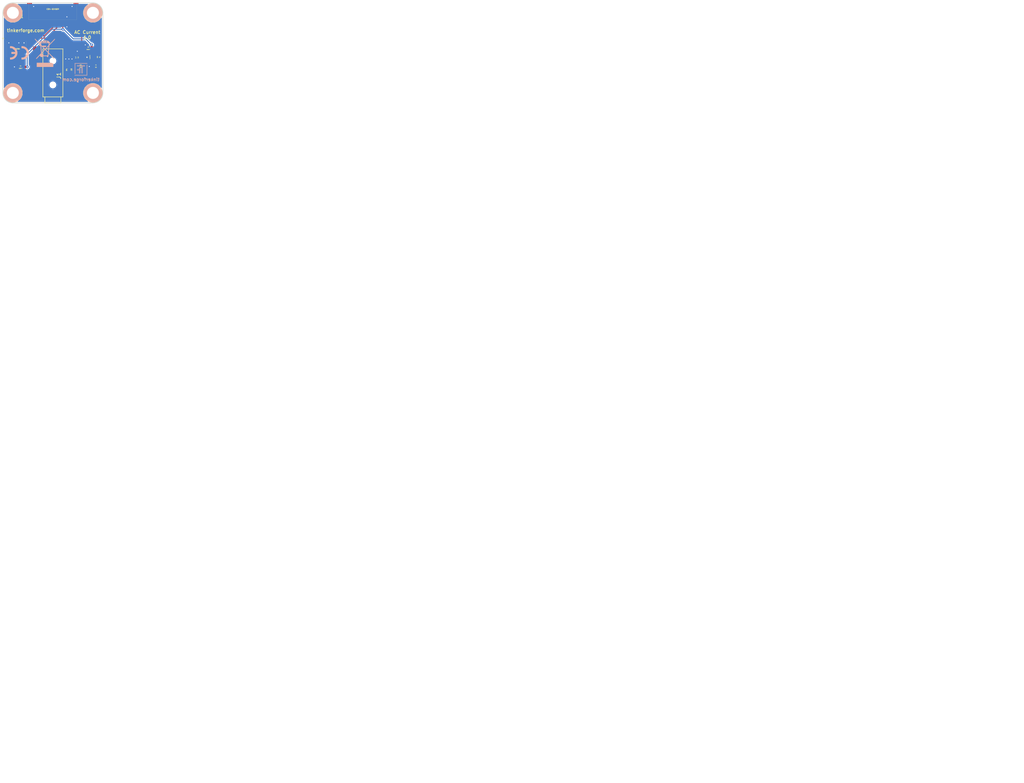
<source format=kicad_pcb>
(kicad_pcb (version 4) (host pcbnew "(2015-03-18 BZR 5525)-product")
  (layers (0 F.Cu signal) (31 B.Cu signal) (34 B.Paste user) (35 F.Paste user) (36 B.SilkS user) (37 F.SilkS user) (38 B.Mask user) (39 F.Mask user) (44 Edge.Cuts user))
  (net 0 "")
  (net 1 GND)
  (net 2 VCC)
  (net 3 "Net-(P1-Pad4)")
  (net 4 "Net-(P1-Pad5)")
  (net 5 "Net-(P1-Pad6)")
  (net 6 "Net-(C3-Pad1)")
  (net 7 "Net-(P1-Pad7)")
  (net 8 "Net-(J1-Pad1)")
  (net 9 "Net-(R1-Pad1)")
  (module CE_5mm (layer B.Cu) (at 144.1 72 180)
    (fp_text reference VAL hide)
    (fp_text value CE_5mm hide)
  )
  (module WEEE_7mm (layer B.Cu) (at 150.5 72)
    (fp_text reference VAL hide)
    (fp_text value WEEE_7mm hide)
  )
  (module Fiducial_Mark (layer F.Cu) (at 146 65)
    (fp_text reference Fiducial_Mark hide)
    (fp_text value VAL** hide)
    (pad 1 smd circle (at 0 0) (size 1.00076 1.00076) (layers F.Cu F.Mask) (clearance 0.65024))
  )
  (module Fiducial_Mark (layer F.Cu) (at 159 80)
    (fp_text reference Fiducial_Mark hide)
    (fp_text value VAL** hide)
    (pad 1 smd circle (at 0 0) (size 1.00076 1.00076) (layers F.Cu F.Mask) (clearance 0.65024))
  )
  (module logo:Logo_31x31 (layer B.Cu) (at 161.1 74.525 180)
    (fp_text reference G*** hide)
    (fp_text value Logo_31x31 hide)
  )
  (module kicad-libraries:0603 (layer F.Cu) (at 144.5 75.5 180)
    (fp_text reference C1 (at 0.05 0.225 180) (layer F.SilkS) (effects (font (size 0.2 0.2) (thickness 0.05))))
    (fp_text value 100nF (at 0.05 -0.375 180) (layer F.SilkS) (effects (font (size 0.2 0.2) (thickness 0.05))))
    (pad 1 smd rect (at -0.8001 0 180) (size 0.8001 0.8001) (layers F.Cu F.Paste F.Mask) (net 2 VCC))
    (pad 2 smd rect (at 0.8001 0 180) (size 0.8001 0.8001) (layers F.Cu F.Paste F.Mask) (net 1 GND))
  )
  (module kicad-libraries:0603 (layer F.Cu) (at 161.4 70.8 180)
    (fp_text reference C2 (at 0.05 0.225 180) (layer F.SilkS) (effects (font (size 0.2 0.2) (thickness 0.05))))
    (fp_text value 100nF (at 0.05 -0.375 180) (layer F.SilkS) (effects (font (size 0.2 0.2) (thickness 0.05))))
    (pad 1 smd rect (at -0.8001 0 180) (size 0.8001 0.8001) (layers F.Cu F.Paste F.Mask) (net 2 VCC))
    (pad 2 smd rect (at 0.8001 0 180) (size 0.8001 0.8001) (layers F.Cu F.Paste F.Mask) (net 1 GND))
  )
  (module kicad-libraries:0603 (layer F.Cu) (at 158.6 73.2 90)
    (fp_text reference C3 (at 0.05 0.225 90) (layer F.SilkS) (effects (font (size 0.2 0.2) (thickness 0.05))))
    (fp_text value 1nF (at 0.05 -0.375 90) (layer F.SilkS) (effects (font (size 0.2 0.2) (thickness 0.05))))
    (pad 1 smd rect (at -0.8001 0 90) (size 0.8001 0.8001) (layers F.Cu F.Paste F.Mask) (net 6 "Net-(C3-Pad1)"))
    (pad 2 smd rect (at 0.8001 0 90) (size 0.8001 0.8001) (layers F.Cu F.Paste F.Mask) (net 1 GND))
  )
  (module kicad-libraries:audio-jack (layer F.Cu) (at 152.5 83 90)
    (fp_text reference J1 (at 5.3 1.5 90) (layer F.SilkS))
    (fp_text value sensor)
    (pad 1 smd rect (at 1.7 3.5 90) (size 2.4 2.95) (layers F.Cu F.Paste F.Mask) (net 8 "Net-(J1-Pad1)"))
    (pad 2 smd rect (at 11.4 3.5 90) (size 2.4 2.95) (layers F.Cu F.Paste F.Mask) (net 1 GND))
    (pad 3 smd rect (at 4.4 -3.5 90) (size 2.4 2.95) (layers F.Cu F.Paste F.Mask))
    (pad 4 smd rect (at 11.4 -3.5 90) (size 2.4 2.95) (layers F.Cu F.Paste F.Mask))
    (pad "" np_thru_hole circle (at 3 0 90) (size 1.2 1.2) (drill 1.2) (layers *.Cu *.Mask))
    (pad "" np_thru_hole circle (at 9 0 90) (size 1.2 1.2) (drill 1.2) (layers *.Cu *.Mask))
  )
  (module kicad-libraries:CON-SENSOR (layer F.Cu) (at 152.475 59.475 180)
    (fp_text reference P1 (at 7.9502 -3.50012 180) (layer F.SilkS) (effects (font (size 0.59944 0.59944) (thickness 0.12446))))
    (fp_text value CON-SENSOR (at 0 -1.6002 180) (layer F.SilkS) (effects (font (size 0.29972 0.29972) (thickness 0.07112))))
    (pad 1 smd rect (at -4.50088 -4.7752 180) (size 0.59944 1.5494) (layers F.Cu F.Paste F.Mask))
    (pad 2 smd rect (at -3.50012 -4.7752 180) (size 0.59944 1.5494) (layers F.Cu F.Paste F.Mask) (net 1 GND))
    (pad 3 smd rect (at -2.49936 -4.7752 180) (size 0.59944 1.5494) (layers F.Cu F.Paste F.Mask) (net 2 VCC))
    (pad 4 smd rect (at -1.50114 -4.7752 180) (size 0.59944 1.5494) (layers F.Cu F.Paste F.Mask) (net 3 "Net-(P1-Pad4)"))
    (pad 5 smd rect (at -0.50038 -4.7752 180) (size 0.59944 1.5494) (layers F.Cu F.Paste F.Mask) (net 4 "Net-(P1-Pad5)"))
    (pad 6 smd rect (at 0.50038 -4.7752 180) (size 0.59944 1.5494) (layers F.Cu F.Paste F.Mask) (net 5 "Net-(P1-Pad6)"))
    (pad 7 smd rect (at 1.50114 -4.7752 180) (size 0.59944 1.5494) (layers F.Cu F.Paste F.Mask) (net 7 "Net-(P1-Pad7)"))
    (pad 8 smd rect (at 2.49936 -4.7752 180) (size 0.59944 1.5494) (layers F.Cu F.Paste F.Mask))
    (pad 9 smd rect (at 3.50012 -4.7752 180) (size 0.59944 1.5494) (layers F.Cu F.Paste F.Mask))
    (pad 10 smd rect (at 4.50088 -4.7752 180) (size 0.59944 1.5494) (layers F.Cu F.Paste F.Mask))
    (pad EP smd rect (at -5.79882 -0.89916 180) (size 1.19888 1.80086) (layers F.Cu F.Paste F.Mask) (net 1 GND))
    (pad EP smd rect (at 5.79882 -0.89916 180) (size 1.19888 1.80086) (layers F.Cu F.Paste F.Mask) (net 1 GND))
  )
  (module kicad-libraries:0603 (layer F.Cu) (at 164 73.1 90)
    (fp_text reference R1 (at 0.05 0.225 90) (layer F.SilkS) (effects (font (size 0.2 0.2) (thickness 0.05))))
    (fp_text value 10k (at 0.05 -0.375 90) (layer F.SilkS) (effects (font (size 0.2 0.2) (thickness 0.05))))
    (pad 1 smd rect (at -0.8001 0 90) (size 0.8001 0.8001) (layers F.Cu F.Paste F.Mask) (net 9 "Net-(R1-Pad1)"))
    (pad 2 smd rect (at 0.8001 0 90) (size 0.8001 0.8001) (layers F.Cu F.Paste F.Mask) (net 7 "Net-(P1-Pad7)"))
  )
  (module kicad-libraries:0603 (layer F.Cu) (at 163.2 75.4)
    (fp_text reference R2 (at 0.05 0.225) (layer F.SilkS) (effects (font (size 0.2 0.2) (thickness 0.05))))
    (fp_text value 1k (at 0.05 -0.375) (layer F.SilkS) (effects (font (size 0.2 0.2) (thickness 0.05))))
    (pad 1 smd rect (at -0.8001 0) (size 0.8001 0.8001) (layers F.Cu F.Paste F.Mask) (net 1 GND))
    (pad 2 smd rect (at 0.8001 0) (size 0.8001 0.8001) (layers F.Cu F.Paste F.Mask) (net 9 "Net-(R1-Pad1)"))
  )
  (module kicad-libraries:0603 (layer F.Cu) (at 159.4 75.4)
    (fp_text reference R3 (at 0.05 0.225) (layer F.SilkS) (effects (font (size 0.2 0.2) (thickness 0.05))))
    (fp_text value 10k (at 0.05 -0.375) (layer F.SilkS) (effects (font (size 0.2 0.2) (thickness 0.05))))
    (pad 1 smd rect (at -0.8001 0) (size 0.8001 0.8001) (layers F.Cu F.Paste F.Mask) (net 8 "Net-(J1-Pad1)"))
    (pad 2 smd rect (at 0.8001 0) (size 0.8001 0.8001) (layers F.Cu F.Paste F.Mask) (net 6 "Net-(C3-Pad1)"))
  )
  (module kicad-libraries:1206 (layer F.Cu) (at 156.5 76.2 270)
    (fp_text reference R4 (at 0 0.5375 270) (layer F.SilkS) (effects (font (size 0.3 0.3) (thickness 0.075))))
    (fp_text value 10 (at 0 -0.65 270) (layer F.SilkS) (effects (font (size 0.3 0.3) (thickness 0.075))))
    (pad 1 smd rect (at -1.50114 0 270) (size 1.00076 1.6002) (layers F.Cu F.Paste F.Mask) (net 1 GND))
    (pad 2 smd rect (at 1.50114 0 270) (size 1.00076 1.6002) (layers F.Cu F.Paste F.Mask) (net 8 "Net-(J1-Pad1)"))
  )
  (module kicad-libraries:SOIC8 (layer F.Cu) (at 143.4 71 180)
    (fp_text reference U1 (at 3.29946 2.60096 180) (layer F.SilkS) (effects (font (size 0.29972 0.29972) (thickness 0.0762))))
    (fp_text value M24C64 (at 0 0 180) (layer F.SilkS) (effects (font (size 0.29972 0.29972) (thickness 0.0762))))
    (pad 1 smd rect (at -1.90246 2.69748) (size 0.59944 1.5494) (layers F.Cu F.Paste F.Mask) (net 1 GND))
    (pad 2 smd rect (at -0.63246 2.69748) (size 0.59944 1.5494) (layers F.Cu F.Paste F.Mask) (net 1 GND))
    (pad 3 smd rect (at 0.63246 2.69748) (size 0.59944 1.5494) (layers F.Cu F.Paste F.Mask) (net 5 "Net-(P1-Pad6)"))
    (pad 4 smd rect (at 1.90246 2.69748) (size 0.59944 1.5494) (layers F.Cu F.Paste F.Mask) (net 1 GND))
    (pad 5 smd rect (at 1.90246 -2.69748 180) (size 0.59944 1.5494) (layers F.Cu F.Paste F.Mask) (net 4 "Net-(P1-Pad5)"))
    (pad 6 smd rect (at 0.63246 -2.69748 180) (size 0.59944 1.5494) (layers F.Cu F.Paste F.Mask) (net 3 "Net-(P1-Pad4)"))
    (pad 7 smd rect (at -0.63246 -2.69748 180) (size 0.59944 1.5494) (layers F.Cu F.Paste F.Mask))
    (pad 8 smd rect (at -1.90246 -2.69748 180) (size 0.59944 1.5494) (layers F.Cu F.Paste F.Mask) (net 2 VCC))
  )
  (module kicad-libraries:SOT23-5 (layer F.Cu) (at 161.4 73.1 270)
    (fp_text reference U2 (at 0 0.35052 270) (layer F.SilkS) (effects (font (size 0.2 0.2) (thickness 0.05))))
    (fp_text value TLV271 (at -0.03 -0.38 270) (layer F.SilkS) (effects (font (size 0.2 0.2) (thickness 0.05))))
    (pad 1 smd rect (at -0.94996 1.19888 270) (size 0.50038 0.8001) (layers F.Cu F.Paste F.Mask) (net 7 "Net-(P1-Pad7)"))
    (pad 2 smd rect (at 0 1.19888 270) (size 0.50038 0.8001) (layers F.Cu F.Paste F.Mask) (net 1 GND))
    (pad 3 smd rect (at 0.94996 1.19888 270) (size 0.50038 0.8001) (layers F.Cu F.Paste F.Mask) (net 6 "Net-(C3-Pad1)"))
    (pad 5 smd rect (at -0.94996 -1.19888 270) (size 0.50038 0.8001) (layers F.Cu F.Paste F.Mask) (net 2 VCC))
    (pad 4 smd rect (at 0.94996 -1.19888 270) (size 0.50038 0.8001) (layers F.Cu F.Paste F.Mask) (net 9 "Net-(R1-Pad1)"))
  )
  (module kicad-libraries:DRILL_NP (layer F.Cu) (at 162.5 62)
    (fp_text reference U3 hide)
    (fp_text value DRILL hide)
    (pad "" np_thru_hole circle (at 0 0) (size 2.99974 2.99974) (drill 2.99974) (layers *.Cu *.Mask F.SilkS) (clearance 0.89916))
  )
  (module kicad-libraries:DRILL_NP (layer F.Cu) (at 142.5 82)
    (fp_text reference U4 hide)
    (fp_text value DRILL hide)
    (pad "" np_thru_hole circle (at 0 0) (size 2.99974 2.99974) (drill 2.99974) (layers *.Cu *.Mask F.SilkS) (clearance 0.89916))
  )
  (module kicad-libraries:DRILL_NP (layer F.Cu) (at 162.5 82)
    (fp_text reference U5 hide)
    (fp_text value DRILL hide)
    (pad "" np_thru_hole circle (at 0 0) (size 2.99974 2.99974) (drill 2.99974) (layers *.Cu *.Mask F.SilkS) (clearance 0.89916))
  )
  (module kicad-libraries:DRILL_NP (layer F.Cu) (at 142.5 62)
    (fp_text reference U6 hide)
    (fp_text value DRILL hide)
    (pad "" np_thru_hole circle (at 0 0) (size 2.99974 2.99974) (drill 2.99974) (layers *.Cu *.Mask F.SilkS) (clearance 0.89916))
  )
  (gr_line (start 165 62) (end 165 82) (angle 90) (layer Edge.Cuts) (width 0.15))
  (gr_line (start 140 82) (end 140 62) (angle 90) (layer Edge.Cuts) (width 0.15))
  (gr_line (start 162.5 59.5) (end 142.5 59.5) (angle 90) (layer Edge.Cuts) (width 0.15))
  (gr_line (start 142.5 84.5) (end 162.5 84.5) (angle 90) (layer Edge.Cuts) (width 0.15))
  (gr_arc (start 142.5 82) (end 142.5 84.5) (angle 90) (layer Edge.Cuts) (width 0.15))
  (gr_arc (start 162.5 82) (end 165 82) (angle 90) (layer Edge.Cuts) (width 0.15))
  (gr_arc (start 162.5 62) (end 162.5 59.5) (angle 90) (layer Edge.Cuts) (width 0.15))
  (gr_arc (start 142.5 62) (end 140 62) (angle 90) (layer Edge.Cuts) (width 0.15))
  (gr_text tinkerforge.com (at 159.475 78.65) (layer B.SilkS) (effects (font (size 0.8 0.8)) (justify mirror)))
  (gr_text "AC Current\n1.0" (at 161.1 67.5) (layer F.SilkS) (effects (font (size 0.8 0.8))))
  (gr_text tinkerforge.com (at 145.7 66.4) (layer F.SilkS) (effects (font (size 0.8 0.8))))
  (segment (start 156.5 72.1) (end 156.5 73.525) (width 0.5) (layer F.Cu) (net 1))
  (via (at 156.5 73.525) (size 0.7) (layers F.Cu B.Cu) (net 1))
  (segment (start 156.5 73.525) (end 156.5 74.69886) (width 0.5) (layer F.Cu) (net 1))
  (segment (start 156.5 72.1) (end 156 71.6) (width 0.5) (layer F.Cu) (net 1))
  (segment (start 156.5 74.69886) (end 156.5 74.3) (width 0.5) (layer F.Cu) (net 1))
  (segment (start 156.5 74.3) (end 157.275 73.525) (width 0.5) (layer F.Cu) (net 1))
  (via (at 157.275 73.525) (size 0.7) (layers F.Cu B.Cu) (net 1))
  (segment (start 156.5 74.69886) (end 156.5 74.325) (width 0.5) (layer F.Cu) (net 1))
  (segment (start 156.5 74.325) (end 155.7 73.525) (width 0.5) (layer F.Cu) (net 1))
  (via (at 155.7 73.525) (size 0.7) (layers F.Cu B.Cu) (net 1))
  (segment (start 155.97512 65.47512) (end 156 65.5) (width 0.5) (layer F.Cu) (net 1))
  (via (at 156 65.5) (size 0.7) (layers F.Cu B.Cu) (net 1))
  (segment (start 155.97512 64.2502) (end 155.97512 65.47512) (width 0.5) (layer F.Cu) (net 1))
  (segment (start 161.6 73.7) (end 161 73.1) (width 0.254) (layer B.Cu) (net 1))
  (segment (start 161.6 75.4) (end 162.3999 75.4) (width 0.5) (layer F.Cu) (net 1))
  (via (at 161.6 75.4) (size 0.7) (layers F.Cu B.Cu) (net 1))
  (segment (start 160.20112 73.1) (end 161 73.1) (width 0.5) (layer F.Cu) (net 1))
  (via (at 161 73.1) (size 0.7) (layers F.Cu B.Cu) (net 1))
  (segment (start 161.6 75.4) (end 161.6 73.7) (width 0.254) (layer B.Cu) (net 1))
  (segment (start 160.1 73.1) (end 158.6 71.6) (width 0.254) (layer B.Cu) (net 1))
  (segment (start 158.6 71.6) (end 158.6 72.3999) (width 0.5) (layer F.Cu) (net 1))
  (via (at 158.6 71.6) (size 0.7) (layers F.Cu B.Cu) (net 1))
  (segment (start 161 73.1) (end 160.1 73.1) (width 0.254) (layer B.Cu) (net 1))
  (segment (start 157.4 71.6) (end 157.3 71.5) (width 0.254) (layer B.Cu) (net 1))
  (segment (start 158.6 71.6) (end 157.4 71.6) (width 0.254) (layer B.Cu) (net 1))
  (segment (start 157.3 71) (end 157 70.7) (width 0.254) (layer B.Cu) (net 1))
  (segment (start 157.3 71.5) (end 157.3 71) (width 0.254) (layer B.Cu) (net 1))
  (segment (start 160.2 70) (end 158.6 71.6) (width 0.254) (layer B.Cu) (net 1))
  (segment (start 160.5999 70.8) (end 160.5999 70.0001) (width 0.5) (layer F.Cu) (net 1))
  (via (at 160.6 70) (size 0.7) (layers F.Cu B.Cu) (net 1))
  (segment (start 160.5999 70.0001) (end 160.6 70) (width 0.5) (layer F.Cu) (net 1))
  (segment (start 160.6 70) (end 160.2 70) (width 0.254) (layer B.Cu) (net 1))
  (segment (start 156.6 71.5) (end 151.1 77) (width 0.254) (layer B.Cu) (net 1))
  (segment (start 151.1 77) (end 144.4 77) (width 0.254) (layer B.Cu) (net 1))
  (segment (start 144.4 77) (end 142.9 75.5) (width 0.254) (layer B.Cu) (net 1))
  (segment (start 142.9 75.5) (end 143.6999 75.5) (width 0.5) (layer F.Cu) (net 1))
  (via (at 142.9 75.5) (size 0.7) (layers F.Cu B.Cu) (net 1))
  (segment (start 156.2 71.5) (end 156.6 71.5) (width 0.254) (layer B.Cu) (net 1))
  (segment (start 150.7 63) (end 145.3 68.4) (width 0.254) (layer B.Cu) (net 1))
  (segment (start 145.3 68.4) (end 145.3 69.5) (width 0.254) (layer B.Cu) (net 1))
  (via (at 145.3 69.5) (size 0.7) (layers F.Cu B.Cu) (net 1))
  (segment (start 145.3 69.5) (end 145.30246 69.49754) (width 0.254) (layer F.Cu) (net 1))
  (segment (start 145.30246 69.49754) (end 145.30246 68.30252) (width 0.254) (layer F.Cu) (net 1))
  (segment (start 155.97512 64.2502) (end 155.97512 63.02488) (width 0.5) (layer F.Cu) (net 1))
  (via (at 156 63) (size 0.7) (layers F.Cu B.Cu) (net 1))
  (segment (start 155.97512 63.02488) (end 156 63) (width 0.5) (layer F.Cu) (net 1))
  (segment (start 156 63) (end 150.7 63) (width 0.254) (layer B.Cu) (net 1))
  (segment (start 144 69.5) (end 145.3 69.5) (width 0.254) (layer B.Cu) (net 1))
  (via (at 144 69.5) (size 0.7) (layers F.Cu B.Cu) (net 1))
  (segment (start 144.03246 69.46754) (end 144 69.5) (width 0.254) (layer F.Cu) (net 1))
  (segment (start 144.03246 68.30252) (end 144.03246 69.46754) (width 0.254) (layer F.Cu) (net 1))
  (segment (start 141.5 69.5) (end 144 69.5) (width 0.254) (layer B.Cu) (net 1))
  (via (at 141.5 69.5) (size 0.7) (layers F.Cu B.Cu) (net 1))
  (segment (start 141.49754 69.49754) (end 141.5 69.5) (width 0.254) (layer F.Cu) (net 1))
  (segment (start 141.49754 68.30252) (end 141.49754 69.49754) (width 0.254) (layer F.Cu) (net 1))
  (segment (start 142.9 70.6) (end 144 69.5) (width 0.254) (layer B.Cu) (net 1))
  (segment (start 142.9 75.5) (end 142.9 70.6) (width 0.254) (layer B.Cu) (net 1))
  (segment (start 157.3 60.4) (end 157.32584 60.37416) (width 0.254) (layer F.Cu) (net 1))
  (via (at 157.3 60.4) (size 0.7) (layers F.Cu B.Cu) (net 1))
  (segment (start 157.32584 60.37416) (end 158.27382 60.37416) (width 0.254) (layer F.Cu) (net 1))
  (segment (start 147.7 60.4) (end 157.3 60.4) (width 0.254) (layer B.Cu) (net 1))
  (via (at 147.7 60.4) (size 0.7) (layers F.Cu B.Cu) (net 1))
  (segment (start 147.67416 60.37416) (end 147.7 60.4) (width 0.254) (layer F.Cu) (net 1))
  (segment (start 146.67618 60.37416) (end 147.67416 60.37416) (width 0.254) (layer F.Cu) (net 1))
  (segment (start 156 61.7) (end 157.3 60.4) (width 0.254) (layer B.Cu) (net 1))
  (segment (start 156 63) (end 156 61.7) (width 0.254) (layer B.Cu) (net 1))
  (segment (start 162.59888 71.19878) (end 162.2001 70.8) (width 0.254) (layer F.Cu) (net 2))
  (segment (start 162.59888 72.15004) (end 162.59888 71.19878) (width 0.254) (layer F.Cu) (net 2))
  (segment (start 145.3001 73.69984) (end 145.30246 73.69748) (width 0.5) (layer F.Cu) (net 2))
  (segment (start 145.3001 75.5) (end 145.3001 73.69984) (width 0.5) (layer F.Cu) (net 2))
  (segment (start 146.1 72.3) (end 152.3 66.1) (width 0.254) (layer B.Cu) (net 2))
  (segment (start 152.3 66.1) (end 155 66.1) (width 0.254) (layer B.Cu) (net 2))
  (segment (start 154.97436 66.07436) (end 154.97436 64.2502) (width 0.254) (layer F.Cu) (net 2))
  (via (at 155 66.1) (size 0.7) (layers F.Cu B.Cu) (net 2))
  (segment (start 154.97436 66.07436) (end 155 66.1) (width 0.254) (layer F.Cu) (net 2))
  (segment (start 145.3001 75.5) (end 146.1 75.5) (width 0.5) (layer F.Cu) (net 2))
  (via (at 146.1 75.5) (size 0.7) (layers F.Cu B.Cu) (net 2))
  (segment (start 146.1 75.5) (end 146.1 72.3) (width 0.254) (layer B.Cu) (net 2))
  (segment (start 155.2 66.1) (end 157.6 68.5) (width 0.254) (layer B.Cu) (net 2))
  (segment (start 157.6 68.5) (end 160.7 68.5) (width 0.254) (layer B.Cu) (net 2))
  (segment (start 160.7 68.5) (end 162.2 70) (width 0.254) (layer B.Cu) (net 2))
  (segment (start 162.2001 70.0001) (end 162.2001 70.8) (width 0.254) (layer F.Cu) (net 2))
  (via (at 162.2 70) (size 0.7) (layers F.Cu B.Cu) (net 2))
  (segment (start 162.2001 70.0001) (end 162.2 70) (width 0.254) (layer F.Cu) (net 2))
  (segment (start 155 66.1) (end 155.2 66.1) (width 0.254) (layer B.Cu) (net 2))
  (segment (start 153.97614 64.2502) (end 153.97614 65.22386) (width 0.254) (layer F.Cu) (net 3))
  (segment (start 145.05 72.2) (end 143.4 72.2) (width 0.254) (layer F.Cu) (net 3))
  (segment (start 146.725 70.525) (end 145.05 72.2) (width 0.254) (layer F.Cu) (net 3))
  (segment (start 146.725 69.625) (end 146.725 70.525) (width 0.254) (layer F.Cu) (net 3))
  (segment (start 148.025 68.325) (end 146.725 69.625) (width 0.254) (layer F.Cu) (net 3))
  (segment (start 150.875 68.325) (end 148.025 68.325) (width 0.254) (layer F.Cu) (net 3))
  (segment (start 153.97614 65.22386) (end 150.875 68.325) (width 0.254) (layer F.Cu) (net 3))
  (segment (start 143.4 72.2) (end 142.76754 72.83246) (width 0.254) (layer F.Cu) (net 3))
  (segment (start 142.76754 72.83246) (end 142.76754 73.69748) (width 0.254) (layer F.Cu) (net 3))
  (segment (start 152.97538 64.2502) (end 152.97538 65.17462) (width 0.254) (layer F.Cu) (net 4))
  (segment (start 144.425 71.6) (end 142.3 71.6) (width 0.254) (layer F.Cu) (net 4))
  (segment (start 146.175 69.85) (end 144.425 71.6) (width 0.254) (layer F.Cu) (net 4))
  (segment (start 146.175 69.35) (end 146.175 69.85) (width 0.254) (layer F.Cu) (net 4))
  (segment (start 147.75 67.775) (end 146.175 69.35) (width 0.254) (layer F.Cu) (net 4))
  (segment (start 150.375 67.775) (end 147.75 67.775) (width 0.254) (layer F.Cu) (net 4))
  (segment (start 152.97538 65.17462) (end 150.375 67.775) (width 0.254) (layer F.Cu) (net 4))
  (segment (start 142.3 71.6) (end 141.49754 72.40246) (width 0.254) (layer F.Cu) (net 4))
  (segment (start 141.49754 72.40246) (end 141.49754 73.69748) (width 0.254) (layer F.Cu) (net 4))
  (segment (start 151.97462 65.12538) (end 150.4 66.7) (width 0.254) (layer F.Cu) (net 5))
  (segment (start 150.4 66.7) (end 143.4 66.7) (width 0.254) (layer F.Cu) (net 5))
  (segment (start 143.4 66.7) (end 142.76754 67.33246) (width 0.254) (layer F.Cu) (net 5))
  (segment (start 142.76754 67.33246) (end 142.76754 68.30252) (width 0.254) (layer F.Cu) (net 5))
  (segment (start 151.97462 64.2502) (end 151.97462 65.12538) (width 0.254) (layer F.Cu) (net 5))
  (segment (start 160 75.4) (end 160.2001 75.4) (width 0.254) (layer F.Cu) (net 6))
  (segment (start 158.6001 74.0001) (end 160 75.4) (width 0.254) (layer F.Cu) (net 6))
  (segment (start 158.6 74.0001) (end 158.6001 74.0001) (width 0.254) (layer F.Cu) (net 6))
  (segment (start 158.64986 74.04996) (end 158.6 74.0001) (width 0.254) (layer F.Cu) (net 6))
  (segment (start 160.20112 74.04996) (end 158.64986 74.04996) (width 0.254) (layer F.Cu) (net 6))
  (segment (start 161.25004 72.15004) (end 162.2 73.1) (width 0.254) (layer F.Cu) (net 7))
  (segment (start 162.2 73.1) (end 163.1999 73.1) (width 0.254) (layer F.Cu) (net 7))
  (segment (start 163.1999 73.1) (end 164 72.2999) (width 0.254) (layer F.Cu) (net 7))
  (segment (start 160.20112 72.15004) (end 161.25004 72.15004) (width 0.254) (layer F.Cu) (net 7))
  (segment (start 159.7 71.8) (end 159.7 64.7) (width 0.254) (layer F.Cu) (net 7))
  (segment (start 159.7 64.7) (end 157.1 62.1) (width 0.254) (layer F.Cu) (net 7))
  (segment (start 157.1 62.1) (end 151.9 62.1) (width 0.254) (layer F.Cu) (net 7))
  (segment (start 151.9 62.1) (end 150.97386 63.02614) (width 0.254) (layer F.Cu) (net 7))
  (segment (start 150.97386 63.02614) (end 150.97386 64.2502) (width 0.254) (layer F.Cu) (net 7))
  (segment (start 160.05004 72.15004) (end 159.7 71.8) (width 0.254) (layer F.Cu) (net 7))
  (segment (start 160.20112 72.15004) (end 160.05004 72.15004) (width 0.254) (layer F.Cu) (net 7))
  (segment (start 156.5 77.70114) (end 156.5 80.8) (width 0.5) (layer F.Cu) (net 8))
  (segment (start 156.5 80.8) (end 156 81.3) (width 0.5) (layer F.Cu) (net 8))
  (segment (start 158.5999 75.4) (end 158.275 75.4) (width 0.5) (layer F.Cu) (net 8))
  (segment (start 158.275 75.4) (end 156.5 77.175) (width 0.5) (layer F.Cu) (net 8))
  (segment (start 156.5 77.175) (end 156.5 77.70114) (width 0.5) (layer F.Cu) (net 8))
  (segment (start 163.5999 73.9001) (end 163.45004 74.04996) (width 0.254) (layer F.Cu) (net 9))
  (segment (start 163.45004 74.04996) (end 162.59888 74.04996) (width 0.254) (layer F.Cu) (net 9))
  (segment (start 164 73.9001) (end 163.5999 73.9001) (width 0.254) (layer F.Cu) (net 9))
  (segment (start 164.0001 73.9002) (end 164 73.9001) (width 0.254) (layer F.Cu) (net 9))
  (segment (start 164.0001 75.4) (end 164.0001 73.9002) (width 0.254) (layer F.Cu) (net 9))
  (zone (net 1) (net_name GND) (layer B.Cu) (connect_pads (clearance 0.2)) (min_thickness 0.15) (fill yes (arc_segments 16) (thermal_gap 0.508) (thermal_bridge_width 0.508))
    (polygon (pts (xy 140 59.5) (xy 165 59.5) (xy 165 84.5) (xy 140 84.5)))
  )
)
</source>
